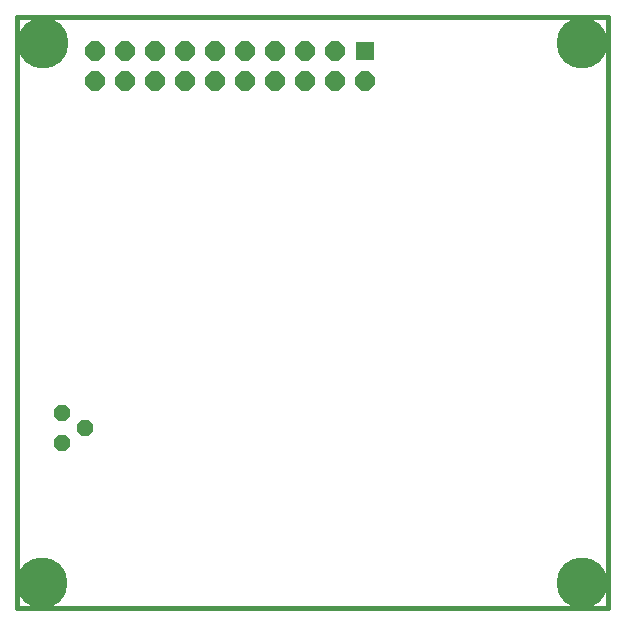
<source format=gbs>
G75*
%MOIN*%
%OFA0B0*%
%FSLAX25Y25*%
%IPPOS*%
%LPD*%
%AMOC8*
5,1,8,0,0,1.08239X$1,22.5*
%
%ADD10C,0.01600*%
%ADD11R,0.06400X0.06400*%
%ADD12OC8,0.06400*%
%ADD13OC8,0.05600*%
%ADD14C,0.16998*%
D10*
X0001800Y0001800D02*
X0198650Y0001800D01*
X0198650Y0198650D01*
X0001800Y0198650D01*
X0001800Y0001800D01*
D11*
X0117863Y0187528D03*
D12*
X0117863Y0177528D03*
X0107863Y0177528D03*
X0097863Y0177528D03*
X0087863Y0177528D03*
X0077863Y0177528D03*
X0067863Y0177528D03*
X0057863Y0177528D03*
X0047863Y0177528D03*
X0037863Y0177528D03*
X0027863Y0177528D03*
X0027863Y0187528D03*
X0037863Y0187528D03*
X0047863Y0187528D03*
X0057863Y0187528D03*
X0067863Y0187528D03*
X0077863Y0187528D03*
X0087863Y0187528D03*
X0097863Y0187528D03*
X0107863Y0187528D03*
D13*
X0016800Y0066800D03*
X0024300Y0061800D03*
X0016800Y0056800D03*
D14*
X0010116Y0010066D03*
X0010308Y0190048D03*
X0190116Y0190066D03*
X0190116Y0010066D03*
M02*

</source>
